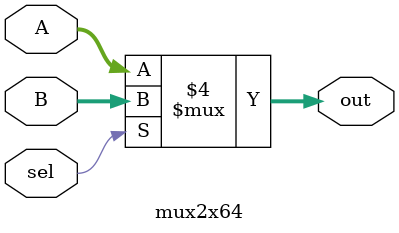
<source format=sv>
module mux2x64(input logic [63:0]A, input logic [63:0]B, input logic sel, output logic [63:0]out);

always_comb begin
	if(~sel) out = A;
	else out = B;
end

endmodule 

</source>
